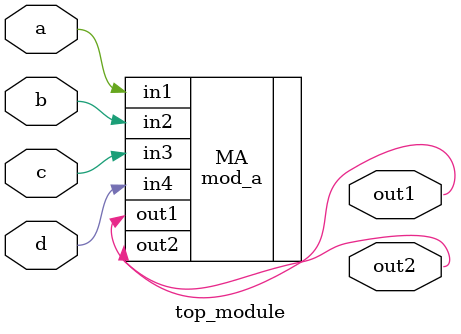
<source format=v>
module top_module ( 
    input a, 
    input b, 
    input c,
    input d,
    output out1,
    output out2
);
    mod_a MA(.out1(out1), .out2(out2), .in1(a), .in2(b), .in3(c), .in4(d));

endmodule
</source>
